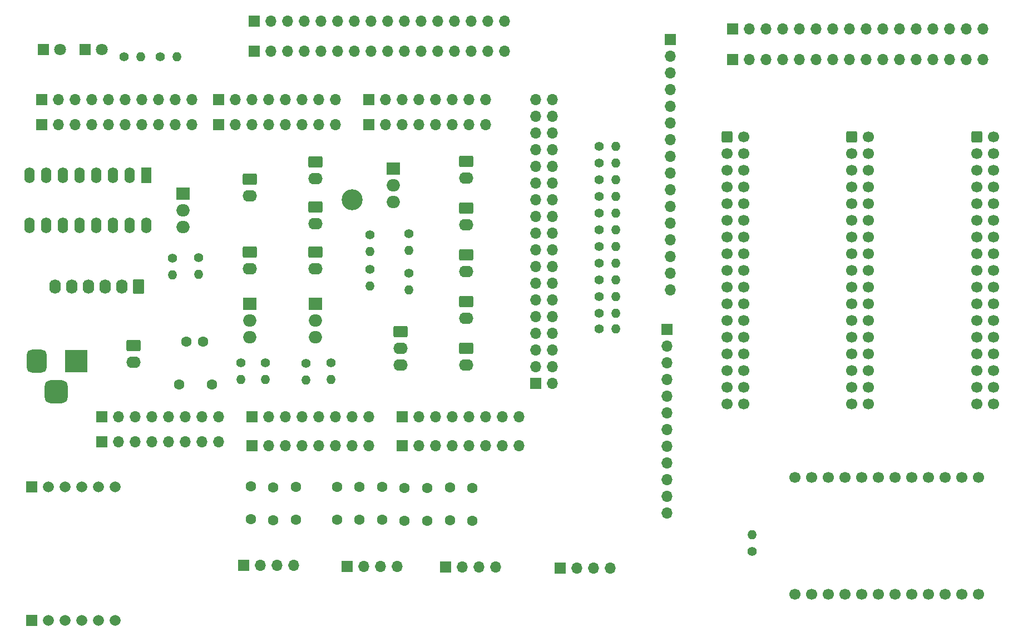
<source format=gbr>
%TF.GenerationSoftware,KiCad,Pcbnew,8.0.2-1*%
%TF.CreationDate,2024-08-11T12:43:00+10:00*%
%TF.ProjectId,Left Console Input and Output with Rotary,4c656674-2043-46f6-9e73-6f6c6520496e,rev?*%
%TF.SameCoordinates,Original*%
%TF.FileFunction,Soldermask,Bot*%
%TF.FilePolarity,Negative*%
%FSLAX46Y46*%
G04 Gerber Fmt 4.6, Leading zero omitted, Abs format (unit mm)*
G04 Created by KiCad (PCBNEW 8.0.2-1) date 2024-08-11 12:43:00*
%MOMM*%
%LPD*%
G01*
G04 APERTURE LIST*
G04 Aperture macros list*
%AMRoundRect*
0 Rectangle with rounded corners*
0 $1 Rounding radius*
0 $2 $3 $4 $5 $6 $7 $8 $9 X,Y pos of 4 corners*
0 Add a 4 corners polygon primitive as box body*
4,1,4,$2,$3,$4,$5,$6,$7,$8,$9,$2,$3,0*
0 Add four circle primitives for the rounded corners*
1,1,$1+$1,$2,$3*
1,1,$1+$1,$4,$5*
1,1,$1+$1,$6,$7*
1,1,$1+$1,$8,$9*
0 Add four rect primitives between the rounded corners*
20,1,$1+$1,$2,$3,$4,$5,0*
20,1,$1+$1,$4,$5,$6,$7,0*
20,1,$1+$1,$6,$7,$8,$9,0*
20,1,$1+$1,$8,$9,$2,$3,0*%
G04 Aperture macros list end*
%ADD10R,1.700000X1.700000*%
%ADD11O,1.700000X1.700000*%
%ADD12C,1.400000*%
%ADD13O,1.400000X1.400000*%
%ADD14C,1.600000*%
%ADD15RoundRect,0.250000X-0.600000X-0.600000X0.600000X-0.600000X0.600000X0.600000X-0.600000X0.600000X0*%
%ADD16C,1.700000*%
%ADD17RoundRect,0.250000X-0.845000X0.620000X-0.845000X-0.620000X0.845000X-0.620000X0.845000X0.620000X0*%
%ADD18O,2.190000X1.740000*%
%ADD19RoundRect,0.250000X0.620000X0.845000X-0.620000X0.845000X-0.620000X-0.845000X0.620000X-0.845000X0*%
%ADD20O,1.740000X2.190000*%
%ADD21R,2.000000X1.905000*%
%ADD22O,2.000000X1.905000*%
%ADD23R,3.500000X3.500000*%
%ADD24RoundRect,0.750000X-0.750000X-1.000000X0.750000X-1.000000X0.750000X1.000000X-0.750000X1.000000X0*%
%ADD25RoundRect,0.875000X-0.875000X-0.875000X0.875000X-0.875000X0.875000X0.875000X-0.875000X0.875000X0*%
%ADD26R,1.800000X1.800000*%
%ADD27C,1.800000*%
%ADD28R,1.600000X2.400000*%
%ADD29O,1.600000X2.400000*%
%ADD30C,3.200000*%
%ADD31R,1.665000X1.665000*%
%ADD32C,1.665000*%
G04 APERTURE END LIST*
D10*
%TO.C,J34*%
X193980000Y-92380000D03*
D11*
X196520000Y-92380000D03*
X193980000Y-89840000D03*
X196520000Y-89840000D03*
X193980000Y-87300000D03*
X196520000Y-87300000D03*
X193980000Y-84760000D03*
X196520000Y-84760000D03*
X193980000Y-82220000D03*
X196520000Y-82220000D03*
X193980000Y-79680000D03*
X196520000Y-79680000D03*
X193980000Y-77140000D03*
X196520000Y-77140000D03*
X193980000Y-74600000D03*
X196520000Y-74600000D03*
X193980000Y-72060000D03*
X196520000Y-72060000D03*
X193980000Y-69520000D03*
X196520000Y-69520000D03*
X193980000Y-66980000D03*
X196520000Y-66980000D03*
X193980000Y-64440000D03*
X196520000Y-64440000D03*
X193980000Y-61900000D03*
X196520000Y-61900000D03*
X193980000Y-59360000D03*
X196520000Y-59360000D03*
X193980000Y-56820000D03*
X196520000Y-56820000D03*
X193980000Y-54280000D03*
X196520000Y-54280000D03*
X193980000Y-51740000D03*
X196520000Y-51740000D03*
X193980000Y-49200000D03*
X196520000Y-49200000D03*
%TD*%
D10*
%TO.C,J6*%
X127940000Y-97460000D03*
D11*
X130480000Y-97460000D03*
X133020000Y-97460000D03*
X135560000Y-97460000D03*
X138100000Y-97460000D03*
X140640000Y-97460000D03*
X143180000Y-97460000D03*
X145720000Y-97460000D03*
%TD*%
D10*
%TO.C,J17*%
X150800000Y-97460000D03*
D11*
X153340000Y-97460000D03*
X155880000Y-97460000D03*
X158420000Y-97460000D03*
X160960000Y-97460000D03*
X163500000Y-97460000D03*
X166040000Y-97460000D03*
X168580000Y-97460000D03*
%TD*%
D10*
%TO.C,J29*%
X173660000Y-97460000D03*
D11*
X176200000Y-97460000D03*
X178740000Y-97460000D03*
X181280000Y-97460000D03*
X183820000Y-97460000D03*
X186360000Y-97460000D03*
X188900000Y-97460000D03*
X191440000Y-97460000D03*
%TD*%
D10*
%TO.C,J2*%
X118796000Y-49200000D03*
D11*
X121336000Y-49200000D03*
X123876000Y-49200000D03*
X126416000Y-49200000D03*
X128956000Y-49200000D03*
X131496000Y-49200000D03*
X134036000Y-49200000D03*
X136576000Y-49200000D03*
X139116000Y-49200000D03*
X141656000Y-49200000D03*
%TD*%
D10*
%TO.C,J9*%
X145720000Y-49200000D03*
D11*
X148260000Y-49200000D03*
X150800000Y-49200000D03*
X153340000Y-49200000D03*
X155880000Y-49200000D03*
X158420000Y-49200000D03*
X160960000Y-49200000D03*
X163500000Y-49200000D03*
%TD*%
D10*
%TO.C,J22*%
X168580000Y-49200000D03*
D11*
X171120000Y-49200000D03*
X173660000Y-49200000D03*
X176200000Y-49200000D03*
X178740000Y-49200000D03*
X181280000Y-49200000D03*
X183820000Y-49200000D03*
X186360000Y-49200000D03*
%TD*%
D12*
%TO.C,R20*%
X203632000Y-69012000D03*
D13*
X206172000Y-69012000D03*
%TD*%
D12*
%TO.C,R2*%
X131280000Y-42700000D03*
D13*
X133820000Y-42700000D03*
%TD*%
D12*
%TO.C,R10*%
X174605000Y-75610000D03*
D13*
X174605000Y-78150000D03*
%TD*%
D14*
%TO.C,C4*%
X150573300Y-108098300D03*
X150573300Y-113098300D03*
%TD*%
D12*
%TO.C,R22*%
X203632000Y-66472000D03*
D13*
X206172000Y-66472000D03*
%TD*%
D10*
%TO.C,J35*%
X197660000Y-120500000D03*
D11*
X200200000Y-120500000D03*
X202740000Y-120500000D03*
X205280000Y-120500000D03*
%TD*%
D12*
%TO.C,R6*%
X162800000Y-89300000D03*
D13*
X162800000Y-91840000D03*
%TD*%
D12*
%TO.C,R25*%
X226900000Y-118000000D03*
D13*
X226900000Y-115460000D03*
%TD*%
D10*
%TO.C,J10*%
X151100000Y-41900000D03*
D11*
X153640000Y-41900000D03*
X156180000Y-41900000D03*
X158720000Y-41900000D03*
X161260000Y-41900000D03*
X163800000Y-41900000D03*
X166340000Y-41900000D03*
X168880000Y-41900000D03*
X171420000Y-41900000D03*
X173960000Y-41900000D03*
X176500000Y-41900000D03*
X179040000Y-41900000D03*
X181580000Y-41900000D03*
X184120000Y-41900000D03*
X186660000Y-41900000D03*
X189200000Y-41900000D03*
%TD*%
D10*
%TO.C,J20*%
X149460000Y-120100000D03*
D11*
X152000000Y-120100000D03*
X154540000Y-120100000D03*
X157080000Y-120100000D03*
%TD*%
D10*
%TO.C,J30*%
X173660000Y-101905000D03*
D11*
X176200000Y-101905000D03*
X178740000Y-101905000D03*
X181280000Y-101905000D03*
X183820000Y-101905000D03*
X186360000Y-101905000D03*
X188900000Y-101905000D03*
X191440000Y-101905000D03*
%TD*%
D10*
%TO.C,J32*%
X214400000Y-40050000D03*
D11*
X214400000Y-42590000D03*
X214400000Y-45130000D03*
X214400000Y-47670000D03*
X214400000Y-50210000D03*
X214400000Y-52750000D03*
X214400000Y-55290000D03*
X214400000Y-57830000D03*
X214400000Y-60370000D03*
X214400000Y-62910000D03*
X214400000Y-65450000D03*
X214400000Y-67990000D03*
X214400000Y-70530000D03*
X214400000Y-73070000D03*
X214400000Y-75610000D03*
X214400000Y-78150000D03*
%TD*%
D14*
%TO.C,C17*%
X140800000Y-86050000D03*
X143300000Y-86050000D03*
%TD*%
%TO.C,C14*%
X184300000Y-108300000D03*
X184300000Y-113300000D03*
%TD*%
D15*
%TO.C,J38*%
X242055000Y-54860000D03*
D16*
X244595000Y-54860000D03*
X242055000Y-57400000D03*
X244595000Y-57400000D03*
X242055000Y-59940000D03*
X244595000Y-59940000D03*
X242055000Y-62480000D03*
X244595000Y-62480000D03*
X242055000Y-65020000D03*
X244595000Y-65020000D03*
X242055000Y-67560000D03*
X244595000Y-67560000D03*
X242055000Y-70100000D03*
X244595000Y-70100000D03*
X242055000Y-72640000D03*
X244595000Y-72640000D03*
X242055000Y-75180000D03*
X244595000Y-75180000D03*
X242055000Y-77720000D03*
X244595000Y-77720000D03*
X242055000Y-80260000D03*
X244595000Y-80260000D03*
X242055000Y-82800000D03*
X244595000Y-82800000D03*
X242055000Y-85340000D03*
X244595000Y-85340000D03*
X242055000Y-87880000D03*
X244595000Y-87880000D03*
X242055000Y-90420000D03*
X244595000Y-90420000D03*
X242055000Y-92960000D03*
X244595000Y-92960000D03*
X242055000Y-95500000D03*
X244595000Y-95500000D03*
%TD*%
D15*
%TO.C,J37*%
X261050000Y-54860000D03*
D16*
X263590000Y-54860000D03*
X261050000Y-57400000D03*
X263590000Y-57400000D03*
X261050000Y-59940000D03*
X263590000Y-59940000D03*
X261050000Y-62480000D03*
X263590000Y-62480000D03*
X261050000Y-65020000D03*
X263590000Y-65020000D03*
X261050000Y-67560000D03*
X263590000Y-67560000D03*
X261050000Y-70100000D03*
X263590000Y-70100000D03*
X261050000Y-72640000D03*
X263590000Y-72640000D03*
X261050000Y-75180000D03*
X263590000Y-75180000D03*
X261050000Y-77720000D03*
X263590000Y-77720000D03*
X261050000Y-80260000D03*
X263590000Y-80260000D03*
X261050000Y-82800000D03*
X263590000Y-82800000D03*
X261050000Y-85340000D03*
X263590000Y-85340000D03*
X261050000Y-87880000D03*
X263590000Y-87880000D03*
X261050000Y-90420000D03*
X263590000Y-90420000D03*
X261050000Y-92960000D03*
X263590000Y-92960000D03*
X261050000Y-95500000D03*
X263590000Y-95500000D03*
%TD*%
D17*
%TO.C,J23*%
X183350000Y-58590000D03*
D18*
X183350000Y-61130000D03*
%TD*%
D12*
%TO.C,R5*%
X149050000Y-89300000D03*
D13*
X149050000Y-91840000D03*
%TD*%
D12*
%TO.C,R16*%
X203560000Y-84100000D03*
D13*
X206100000Y-84100000D03*
%TD*%
D14*
%TO.C,C1*%
X167136600Y-108171600D03*
X167136600Y-113171600D03*
%TD*%
D17*
%TO.C,J15*%
X160400000Y-65577500D03*
D18*
X160400000Y-68117500D03*
%TD*%
D17*
%TO.C,J24*%
X173400000Y-84520000D03*
D18*
X173400000Y-87060000D03*
X173400000Y-89600000D03*
%TD*%
D17*
%TO.C,J14*%
X160400000Y-72460000D03*
D18*
X160400000Y-75000000D03*
%TD*%
D14*
%TO.C,C3*%
X163704000Y-108116600D03*
X163704000Y-113116600D03*
%TD*%
D12*
%TO.C,R14*%
X203582000Y-61392000D03*
D13*
X206122000Y-61392000D03*
%TD*%
D14*
%TO.C,C11*%
X174002000Y-108318300D03*
X174002000Y-113318300D03*
%TD*%
D10*
%TO.C,J7*%
X127940000Y-101270000D03*
D11*
X130480000Y-101270000D03*
X133020000Y-101270000D03*
X135560000Y-101270000D03*
X138100000Y-101270000D03*
X140640000Y-101270000D03*
X143180000Y-101270000D03*
X145720000Y-101270000D03*
%TD*%
D14*
%TO.C,C8*%
X177434600Y-108281600D03*
X177434600Y-113281600D03*
%TD*%
D12*
%TO.C,R12*%
X168750000Y-75060000D03*
D13*
X168750000Y-77600000D03*
%TD*%
D12*
%TO.C,R15*%
X203632000Y-56312000D03*
D13*
X206172000Y-56312000D03*
%TD*%
D12*
%TO.C,R23*%
X203582000Y-81712000D03*
D13*
X206122000Y-81712000D03*
%TD*%
D17*
%TO.C,J4*%
X132750000Y-86650000D03*
D18*
X132750000Y-89190000D03*
%TD*%
D10*
%TO.C,J39*%
X223910000Y-43150000D03*
D11*
X226450000Y-43150000D03*
X228990000Y-43150000D03*
X231530000Y-43150000D03*
X234070000Y-43150000D03*
X236610000Y-43150000D03*
X239150000Y-43150000D03*
X241690000Y-43150000D03*
X244230000Y-43150000D03*
X246770000Y-43150000D03*
X249310000Y-43150000D03*
X251850000Y-43150000D03*
X254390000Y-43150000D03*
X256930000Y-43150000D03*
X259470000Y-43150000D03*
X262010000Y-43150000D03*
%TD*%
D10*
%TO.C,J40*%
X223910000Y-38500000D03*
D11*
X226450000Y-38500000D03*
X228990000Y-38500000D03*
X231530000Y-38500000D03*
X234070000Y-38500000D03*
X236610000Y-38500000D03*
X239150000Y-38500000D03*
X241690000Y-38500000D03*
X244230000Y-38500000D03*
X246770000Y-38500000D03*
X249310000Y-38500000D03*
X251850000Y-38500000D03*
X254390000Y-38500000D03*
X256930000Y-38500000D03*
X259470000Y-38500000D03*
X262010000Y-38500000D03*
%TD*%
D15*
%TO.C,J36*%
X223060000Y-54860000D03*
D16*
X225600000Y-54860000D03*
X223060000Y-57400000D03*
X225600000Y-57400000D03*
X223060000Y-59940000D03*
X225600000Y-59940000D03*
X223060000Y-62480000D03*
X225600000Y-62480000D03*
X223060000Y-65020000D03*
X225600000Y-65020000D03*
X223060000Y-67560000D03*
X225600000Y-67560000D03*
X223060000Y-70100000D03*
X225600000Y-70100000D03*
X223060000Y-72640000D03*
X225600000Y-72640000D03*
X223060000Y-75180000D03*
X225600000Y-75180000D03*
X223060000Y-77720000D03*
X225600000Y-77720000D03*
X223060000Y-80260000D03*
X225600000Y-80260000D03*
X223060000Y-82800000D03*
X225600000Y-82800000D03*
X223060000Y-85340000D03*
X225600000Y-85340000D03*
X223060000Y-87880000D03*
X225600000Y-87880000D03*
X223060000Y-90420000D03*
X225600000Y-90420000D03*
X223060000Y-92960000D03*
X225600000Y-92960000D03*
X223060000Y-95500000D03*
X225600000Y-95500000D03*
%TD*%
D19*
%TO.C,J3*%
X133470000Y-77650000D03*
D20*
X130930000Y-77650000D03*
X128390000Y-77650000D03*
X125850000Y-77650000D03*
X123310000Y-77650000D03*
X120770000Y-77650000D03*
%TD*%
D14*
%TO.C,C2*%
X154006000Y-108245000D03*
X154006000Y-113245000D03*
%TD*%
D17*
%TO.C,J8*%
X160400000Y-58695000D03*
D18*
X160400000Y-61235000D03*
%TD*%
D10*
%TO.C,J31*%
X180210000Y-120350000D03*
D11*
X182750000Y-120350000D03*
X185290000Y-120350000D03*
X187830000Y-120350000D03*
%TD*%
D12*
%TO.C,R13*%
X203632000Y-58852000D03*
D13*
X206172000Y-58852000D03*
%TD*%
D12*
%TO.C,R8*%
X158980000Y-89335000D03*
D13*
X158980000Y-91875000D03*
%TD*%
D10*
%TO.C,J21*%
X168580000Y-53010000D03*
D11*
X171120000Y-53010000D03*
X173660000Y-53010000D03*
X176200000Y-53010000D03*
X178740000Y-53010000D03*
X181280000Y-53010000D03*
X183820000Y-53010000D03*
X186360000Y-53010000D03*
%TD*%
D17*
%TO.C,J25*%
X183350000Y-79980000D03*
D18*
X183350000Y-82520000D03*
%TD*%
D12*
%TO.C,R7*%
X152800000Y-89310000D03*
D13*
X152800000Y-91850000D03*
%TD*%
D12*
%TO.C,R4*%
X142600000Y-73260000D03*
D13*
X142600000Y-75800000D03*
%TD*%
D14*
%TO.C,C7*%
X139700000Y-92600000D03*
X144700000Y-92600000D03*
%TD*%
%TO.C,C6*%
X170569300Y-108135000D03*
X170569300Y-113135000D03*
%TD*%
D17*
%TO.C,J27*%
X183350000Y-87110000D03*
D18*
X183350000Y-89650000D03*
%TD*%
D12*
%TO.C,R11*%
X174605000Y-69660000D03*
D13*
X174605000Y-72200000D03*
%TD*%
D12*
%TO.C,R19*%
X203582000Y-63932000D03*
D13*
X206122000Y-63932000D03*
%TD*%
D16*
%TO.C,U3*%
X233400000Y-124500000D03*
X235940000Y-124500000D03*
X238480000Y-124500000D03*
X241020000Y-124500000D03*
X243560000Y-124500000D03*
X246100000Y-124500000D03*
X248640000Y-124500000D03*
X251180000Y-124500000D03*
X253720000Y-124500000D03*
X256260000Y-124500000D03*
X258800000Y-124500000D03*
X261340000Y-124500000D03*
X261340000Y-106720000D03*
X258800000Y-106720000D03*
X256260000Y-106720000D03*
X253720000Y-106720000D03*
X251180000Y-106720000D03*
X248640000Y-106720000D03*
X246100000Y-106720000D03*
X243560000Y-106720000D03*
X241020000Y-106720000D03*
X238480000Y-106720000D03*
X235940000Y-106720000D03*
X233400000Y-106720000D03*
%TD*%
D21*
%TO.C,Q1*%
X140250000Y-63520000D03*
D22*
X140250000Y-66060000D03*
X140250000Y-68600000D03*
%TD*%
D21*
%TO.C,Q3*%
X150450000Y-80270000D03*
D22*
X150450000Y-82810000D03*
X150450000Y-85350000D03*
%TD*%
D21*
%TO.C,Q4*%
X172255000Y-59710000D03*
D22*
X172255000Y-62250000D03*
X172255000Y-64790000D03*
%TD*%
D10*
%TO.C,J13*%
X145720000Y-53010000D03*
D11*
X148260000Y-53010000D03*
X150800000Y-53010000D03*
X153340000Y-53010000D03*
X155880000Y-53010000D03*
X158420000Y-53010000D03*
X160960000Y-53010000D03*
X163500000Y-53010000D03*
%TD*%
D10*
%TO.C,J18*%
X150800000Y-101905000D03*
D11*
X153340000Y-101905000D03*
X155880000Y-101905000D03*
X158420000Y-101905000D03*
X160960000Y-101905000D03*
X163500000Y-101905000D03*
X166040000Y-101905000D03*
X168580000Y-101905000D03*
%TD*%
D21*
%TO.C,Q2*%
X160420000Y-80282500D03*
D22*
X160420000Y-82822500D03*
X160420000Y-85362500D03*
%TD*%
D23*
%TO.C,J5*%
X124000000Y-89000000D03*
D24*
X118000000Y-89000000D03*
D25*
X121000000Y-93700000D03*
%TD*%
D12*
%TO.C,R3*%
X138700000Y-73370000D03*
D13*
X138700000Y-75910000D03*
%TD*%
D17*
%TO.C,J12*%
X150430000Y-61330000D03*
D18*
X150430000Y-63870000D03*
%TD*%
D10*
%TO.C,J33*%
X213900000Y-84160000D03*
D11*
X213900000Y-86700000D03*
X213900000Y-89240000D03*
X213900000Y-91780000D03*
X213900000Y-94320000D03*
X213900000Y-96860000D03*
X213900000Y-99400000D03*
X213900000Y-101940000D03*
X213900000Y-104480000D03*
X213900000Y-107020000D03*
X213900000Y-109560000D03*
X213900000Y-112100000D03*
%TD*%
D17*
%TO.C,J28*%
X183350000Y-65720000D03*
D18*
X183350000Y-68260000D03*
%TD*%
D14*
%TO.C,C10*%
X180867300Y-108226600D03*
X180867300Y-113226600D03*
%TD*%
D12*
%TO.C,R17*%
X203632000Y-74092000D03*
D13*
X206172000Y-74092000D03*
%TD*%
D12*
%TO.C,R18*%
X203632000Y-71552000D03*
D13*
X206172000Y-71552000D03*
%TD*%
D17*
%TO.C,J16*%
X150430000Y-72460000D03*
D18*
X150430000Y-75000000D03*
%TD*%
D12*
%TO.C,R9*%
X168750000Y-69810000D03*
D13*
X168750000Y-72350000D03*
%TD*%
D26*
%TO.C,D1*%
X125395000Y-41580000D03*
D27*
X127935000Y-41580000D03*
%TD*%
D28*
%TO.C,U1*%
X134700000Y-60780000D03*
D29*
X132160000Y-60780000D03*
X129620000Y-60780000D03*
X127080000Y-60780000D03*
X124540000Y-60780000D03*
X122000000Y-60780000D03*
X119460000Y-60780000D03*
X116920000Y-60780000D03*
X116920000Y-68400000D03*
X119460000Y-68400000D03*
X122000000Y-68400000D03*
X124540000Y-68400000D03*
X127080000Y-68400000D03*
X129620000Y-68400000D03*
X132160000Y-68400000D03*
X134700000Y-68400000D03*
%TD*%
D17*
%TO.C,J26*%
X183350000Y-72850000D03*
D18*
X183350000Y-75390000D03*
%TD*%
D12*
%TO.C,R24*%
X203632000Y-79172000D03*
D13*
X206172000Y-79172000D03*
%TD*%
D12*
%TO.C,R1*%
X136830000Y-42700000D03*
D13*
X139370000Y-42700000D03*
%TD*%
D30*
%TO.C,MH1*%
X166040000Y-64440000D03*
%TD*%
D31*
%TO.C,U2*%
X117200000Y-128450000D03*
D32*
X119740000Y-128450000D03*
X122280000Y-128450000D03*
X124820000Y-128450000D03*
X127360000Y-128450000D03*
X129900000Y-128450000D03*
D31*
X117200000Y-108130000D03*
D32*
X119740000Y-108130000D03*
X122280000Y-108130000D03*
X124820000Y-108130000D03*
X127360000Y-108130000D03*
X129900000Y-108130000D03*
%TD*%
D10*
%TO.C,J1*%
X118790000Y-53050000D03*
D11*
X121330000Y-53050000D03*
X123870000Y-53050000D03*
X126410000Y-53050000D03*
X128950000Y-53050000D03*
X131490000Y-53050000D03*
X134030000Y-53050000D03*
X136570000Y-53050000D03*
X139110000Y-53050000D03*
X141650000Y-53050000D03*
%TD*%
D14*
%TO.C,C5*%
X157438600Y-108153300D03*
X157438600Y-113153300D03*
%TD*%
D10*
%TO.C,J19*%
X165210000Y-120250000D03*
D11*
X167750000Y-120250000D03*
X170290000Y-120250000D03*
X172830000Y-120250000D03*
%TD*%
D10*
%TO.C,J11*%
X151100000Y-37250000D03*
D11*
X153640000Y-37250000D03*
X156180000Y-37250000D03*
X158720000Y-37250000D03*
X161260000Y-37250000D03*
X163800000Y-37250000D03*
X166340000Y-37250000D03*
X168880000Y-37250000D03*
X171420000Y-37250000D03*
X173960000Y-37250000D03*
X176500000Y-37250000D03*
X179040000Y-37250000D03*
X181580000Y-37250000D03*
X184120000Y-37250000D03*
X186660000Y-37250000D03*
X189200000Y-37250000D03*
%TD*%
D26*
%TO.C,D2*%
X119045000Y-41580000D03*
D27*
X121585000Y-41580000D03*
%TD*%
D12*
%TO.C,R21*%
X203582000Y-76632000D03*
D13*
X206122000Y-76632000D03*
%TD*%
M02*

</source>
